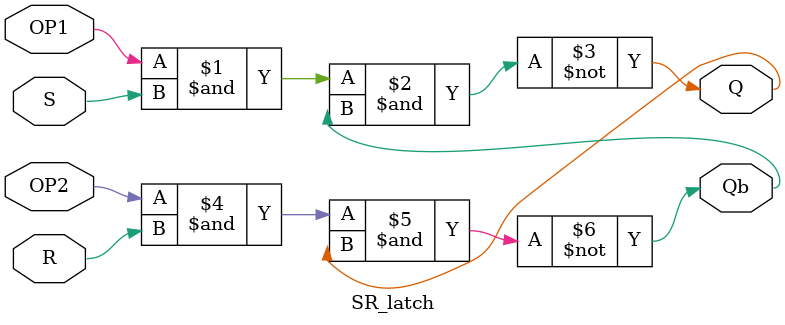
<source format=sv>
`timescale 1ns / 1ns
module SR_latch (
    input  S,
    R,
    OP1,
    OP2,
    output Q,
    Qb
);
  nand #12 N1 (Q, OP1, S, Qb);
  nand #12 N2 (Qb, OP2, R, Q);
endmodule

</source>
